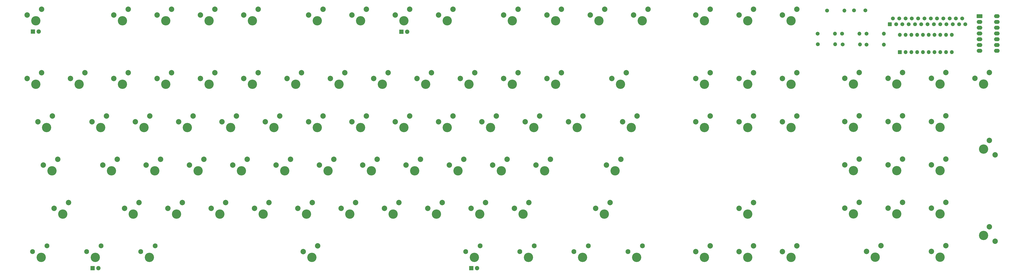
<source format=gbr>
G04 #@! TF.GenerationSoftware,KiCad,Pcbnew,7.0.1*
G04 #@! TF.CreationDate,2024-09-21T18:31:00-05:00*
G04 #@! TF.ProjectId,C128DKEYBOARD,43313238-444b-4455-9942-4f4152442e6b,3.3*
G04 #@! TF.SameCoordinates,Original*
G04 #@! TF.FileFunction,Soldermask,Top*
G04 #@! TF.FilePolarity,Negative*
%FSLAX46Y46*%
G04 Gerber Fmt 4.6, Leading zero omitted, Abs format (unit mm)*
G04 Created by KiCad (PCBNEW 7.0.1) date 2024-09-21 18:31:00*
%MOMM*%
%LPD*%
G01*
G04 APERTURE LIST*
G04 Aperture macros list*
%AMRoundRect*
0 Rectangle with rounded corners*
0 $1 Rounding radius*
0 $2 $3 $4 $5 $6 $7 $8 $9 X,Y pos of 4 corners*
0 Add a 4 corners polygon primitive as box body*
4,1,4,$2,$3,$4,$5,$6,$7,$8,$9,$2,$3,0*
0 Add four circle primitives for the rounded corners*
1,1,$1+$1,$2,$3*
1,1,$1+$1,$4,$5*
1,1,$1+$1,$6,$7*
1,1,$1+$1,$8,$9*
0 Add four rect primitives between the rounded corners*
20,1,$1+$1,$2,$3,$4,$5,0*
20,1,$1+$1,$4,$5,$6,$7,0*
20,1,$1+$1,$6,$7,$8,$9,0*
20,1,$1+$1,$8,$9,$2,$3,0*%
G04 Aperture macros list end*
%ADD10C,4.089800*%
%ADD11C,2.388000*%
%ADD12C,2.134000*%
%ADD13C,1.702000*%
%ADD14O,1.702000X1.702000*%
%ADD15RoundRect,0.051000X-1.200000X-0.800000X1.200000X-0.800000X1.200000X0.800000X-1.200000X0.800000X0*%
%ADD16O,2.502000X1.702000*%
%ADD17RoundRect,0.051000X0.800000X-0.800000X0.800000X0.800000X-0.800000X0.800000X-0.800000X-0.800000X0*%
%ADD18RoundRect,0.051000X-0.900000X-0.900000X0.900000X-0.900000X0.900000X0.900000X-0.900000X0.900000X0*%
%ADD19C,1.902000*%
%ADD20RoundRect,0.051000X-0.800000X-0.800000X0.800000X-0.800000X0.800000X0.800000X-0.800000X0.800000X0*%
G04 APERTURE END LIST*
D10*
X64325500Y-133731000D03*
D11*
X66865500Y-128651000D03*
X60515500Y-131191000D03*
D10*
X102425500Y-133731000D03*
D11*
X104965500Y-128651000D03*
X98615500Y-131191000D03*
D10*
X121475500Y-133731000D03*
D11*
X124015500Y-128651000D03*
X117665500Y-131191000D03*
D10*
X140525500Y-133731000D03*
D11*
X143065500Y-128651000D03*
X136715500Y-131191000D03*
D10*
X159575500Y-133731000D03*
D11*
X162115500Y-128651000D03*
X155765500Y-131191000D03*
D10*
X188150500Y-133731000D03*
D11*
X190690500Y-128651000D03*
X184340500Y-131191000D03*
D10*
X207200500Y-133731000D03*
D11*
X209740500Y-128651000D03*
X203390500Y-131191000D03*
D10*
X226250500Y-133731000D03*
D11*
X228790500Y-128651000D03*
X222440500Y-131191000D03*
D10*
X245300500Y-133731000D03*
D11*
X247840500Y-128651000D03*
X241490500Y-131191000D03*
D10*
X273875500Y-133731000D03*
D11*
X276415500Y-128651000D03*
X270065500Y-131191000D03*
D10*
X292925500Y-133731000D03*
D11*
X295465500Y-128651000D03*
X289115500Y-131191000D03*
D10*
X311975500Y-133731000D03*
D11*
X314515500Y-128651000D03*
X308165500Y-131191000D03*
D10*
X481190300Y-161594800D03*
D11*
X483730300Y-156514800D03*
X477380300Y-159054800D03*
D10*
X423951400Y-161620200D03*
D11*
X426491400Y-156540200D03*
X420141400Y-159080200D03*
D10*
X443001400Y-161620200D03*
D11*
X445541400Y-156540200D03*
X439191400Y-159080200D03*
D10*
X462051400Y-161620200D03*
D11*
X464591400Y-156540200D03*
X458241400Y-159080200D03*
D10*
X102425500Y-161671000D03*
D11*
X104965500Y-156591000D03*
X98615500Y-159131000D03*
D10*
X121475500Y-161671000D03*
D11*
X124015500Y-156591000D03*
X117665500Y-159131000D03*
D10*
X140525500Y-161671000D03*
D11*
X143065500Y-156591000D03*
X136715500Y-159131000D03*
D10*
X159575500Y-161671000D03*
D11*
X162115500Y-156591000D03*
X155765500Y-159131000D03*
D10*
X178625500Y-161671000D03*
D11*
X181165500Y-156591000D03*
X174815500Y-159131000D03*
D10*
X197675500Y-161671000D03*
D11*
X200215500Y-156591000D03*
X193865500Y-159131000D03*
D10*
X216725500Y-161671000D03*
D11*
X219265500Y-156591000D03*
X212915500Y-159131000D03*
D10*
X235775500Y-161671000D03*
D11*
X238315500Y-156591000D03*
X231965500Y-159131000D03*
D10*
X254825500Y-161671000D03*
D11*
X257365500Y-156591000D03*
X251015500Y-159131000D03*
D10*
X273875500Y-161671000D03*
D11*
X276415500Y-156591000D03*
X270065500Y-159131000D03*
D10*
X292925500Y-161671000D03*
D11*
X295465500Y-156591000D03*
X289115500Y-159131000D03*
D10*
X321500500Y-161671000D03*
D11*
X324040500Y-156591000D03*
X317690500Y-159131000D03*
D10*
X481190300Y-190169800D03*
D11*
X486270300Y-192709800D03*
X483730300Y-186359800D03*
D10*
X423951400Y-180670200D03*
D11*
X426491400Y-175590200D03*
X420141400Y-178130200D03*
D10*
X443001400Y-180670200D03*
D11*
X445541400Y-175590200D03*
X439191400Y-178130200D03*
D10*
X462051400Y-180670200D03*
D11*
X464591400Y-175590200D03*
X458241400Y-178130200D03*
D10*
X358432100Y-180721000D03*
D11*
X360972100Y-175641000D03*
X354622100Y-178181000D03*
D10*
X377482100Y-180721000D03*
D11*
X380022100Y-175641000D03*
X373672100Y-178181000D03*
D10*
X396532100Y-180721000D03*
D11*
X399072100Y-175641000D03*
X392722100Y-178181000D03*
D10*
X92900500Y-180721000D03*
D11*
X95440500Y-175641000D03*
X89090500Y-178181000D03*
D10*
X111950500Y-180721000D03*
D11*
X114490500Y-175641000D03*
X108140500Y-178181000D03*
D10*
X131000500Y-180721000D03*
D11*
X133540500Y-175641000D03*
X127190500Y-178181000D03*
D10*
X150050500Y-180721000D03*
D11*
X152590500Y-175641000D03*
X146240500Y-178181000D03*
D10*
X169100500Y-180721000D03*
D11*
X171640500Y-175641000D03*
X165290500Y-178181000D03*
D10*
X188150500Y-180721000D03*
D11*
X190690500Y-175641000D03*
X184340500Y-178181000D03*
D10*
X207200500Y-180721000D03*
D11*
X209740500Y-175641000D03*
X203390500Y-178181000D03*
D10*
X226250500Y-180721000D03*
D11*
X228790500Y-175641000D03*
X222440500Y-178181000D03*
D10*
X245300500Y-180721000D03*
D11*
X247840500Y-175641000D03*
X241490500Y-178181000D03*
D10*
X264350500Y-180721000D03*
D11*
X266890500Y-175641000D03*
X260540500Y-178181000D03*
D10*
X283400500Y-180721000D03*
D11*
X285940500Y-175641000D03*
X279590500Y-178181000D03*
D10*
X302450500Y-180721000D03*
D11*
X304990500Y-175641000D03*
X298640500Y-178181000D03*
D10*
X326260500Y-180721000D03*
D11*
X328800500Y-175641000D03*
X322450500Y-178181000D03*
D10*
X423951400Y-199720200D03*
D11*
X426491400Y-194640200D03*
X420141400Y-197180200D03*
D10*
X443001400Y-199720200D03*
D11*
X445541400Y-194640200D03*
X439191400Y-197180200D03*
D10*
X462051400Y-199720200D03*
D11*
X464591400Y-194640200D03*
X458241400Y-197180200D03*
D10*
X97650500Y-199771000D03*
D11*
X100190500Y-194691000D03*
X93840500Y-197231000D03*
D10*
X135750500Y-199771000D03*
D11*
X138290500Y-194691000D03*
X131940500Y-197231000D03*
D10*
X154800500Y-199771000D03*
D11*
X157340500Y-194691000D03*
X150990500Y-197231000D03*
D10*
X173850500Y-199771000D03*
D11*
X176390500Y-194691000D03*
X170040500Y-197231000D03*
D10*
X192900500Y-199771000D03*
D11*
X195440500Y-194691000D03*
X189090500Y-197231000D03*
D10*
X211950500Y-199771000D03*
D11*
X214490500Y-194691000D03*
X208140500Y-197231000D03*
D10*
X231000500Y-199771000D03*
D11*
X233540500Y-194691000D03*
X227190500Y-197231000D03*
D10*
X250050500Y-199771000D03*
D11*
X252590500Y-194691000D03*
X246240500Y-197231000D03*
D10*
X269100500Y-199771000D03*
D11*
X271640500Y-194691000D03*
X265290500Y-197231000D03*
D10*
X288150500Y-199771000D03*
D11*
X290690500Y-194691000D03*
X284340500Y-197231000D03*
D10*
X319105500Y-199771000D03*
D11*
X321645500Y-194691000D03*
X315295500Y-197231000D03*
D10*
X481190300Y-228193600D03*
D11*
X486270300Y-230733600D03*
X483730300Y-224383600D03*
D10*
X423951400Y-218770200D03*
D11*
X426491400Y-213690200D03*
X420141400Y-216230200D03*
D10*
X443001400Y-218770200D03*
D11*
X445541400Y-213690200D03*
X439191400Y-216230200D03*
D10*
X462051400Y-218770200D03*
D11*
X464591400Y-213690200D03*
X458241400Y-216230200D03*
D10*
X377482100Y-218821000D03*
D11*
X380022100Y-213741000D03*
X373672100Y-216281000D03*
D10*
X107175500Y-218821000D03*
D11*
X109715500Y-213741000D03*
X103365500Y-216281000D03*
D10*
X126225500Y-218821000D03*
D11*
X128765500Y-213741000D03*
X122415500Y-216281000D03*
D10*
X145275500Y-218821000D03*
D11*
X147815500Y-213741000D03*
X141465500Y-216281000D03*
D10*
X164325500Y-218821000D03*
D11*
X166865500Y-213741000D03*
X160515500Y-216281000D03*
D10*
X183375500Y-218821000D03*
D11*
X185915500Y-213741000D03*
X179565500Y-216281000D03*
D10*
X202425500Y-218821000D03*
D11*
X204965500Y-213741000D03*
X198615500Y-216281000D03*
D10*
X221475500Y-218821000D03*
D11*
X224015500Y-213741000D03*
X217665500Y-216281000D03*
D10*
X240525500Y-218821000D03*
D11*
X243065500Y-213741000D03*
X236715500Y-216281000D03*
D10*
X259575500Y-218821000D03*
D11*
X262115500Y-213741000D03*
X255765500Y-216281000D03*
D10*
X278625500Y-218821000D03*
D11*
X281165500Y-213741000D03*
X274815500Y-216281000D03*
D10*
X314340500Y-218821000D03*
D11*
X316880500Y-213741000D03*
X310530500Y-216281000D03*
D10*
X462051400Y-237820200D03*
D11*
X464591400Y-232740200D03*
X458241400Y-235280200D03*
D10*
X433501800Y-237820200D03*
D11*
X436041800Y-232740200D03*
X429691800Y-235280200D03*
D10*
X358432100Y-237871000D03*
D11*
X360972100Y-232791000D03*
X354622100Y-235331000D03*
D10*
X377482100Y-237871000D03*
D11*
X380022100Y-232791000D03*
X373672100Y-235331000D03*
D10*
X396532100Y-237871000D03*
D11*
X399072100Y-232791000D03*
X392722100Y-235331000D03*
D10*
X90510500Y-237871000D03*
D12*
X93050500Y-232791000D03*
X86700500Y-235331000D03*
D10*
X114320500Y-237871000D03*
D12*
X116860500Y-232791000D03*
X110510500Y-235331000D03*
D10*
X185755500Y-237871000D03*
D11*
X188295500Y-232791000D03*
X181945500Y-235331000D03*
D10*
X257195500Y-237871000D03*
D12*
X259735500Y-232791000D03*
X253385500Y-235331000D03*
D10*
X281005500Y-237871000D03*
D12*
X283545500Y-232791000D03*
X277195500Y-235331000D03*
D10*
X304815500Y-237871000D03*
D12*
X307355500Y-232791000D03*
X301005500Y-235331000D03*
D10*
X328625500Y-237871000D03*
D12*
X331165500Y-232791000D03*
X324815500Y-235331000D03*
D10*
X358432100Y-161671000D03*
D11*
X360972100Y-156591000D03*
X354622100Y-159131000D03*
D10*
X396532100Y-161671000D03*
D11*
X399072100Y-156591000D03*
X392722100Y-159131000D03*
D10*
X377482100Y-161671000D03*
D11*
X380022100Y-156591000D03*
X373672100Y-159131000D03*
D10*
X358432100Y-133731000D03*
D11*
X360972100Y-128651000D03*
X354622100Y-131191000D03*
D10*
X377482100Y-133731000D03*
D11*
X380022100Y-128651000D03*
X373672100Y-131191000D03*
D10*
X396532100Y-133731000D03*
D11*
X399072100Y-128651000D03*
X392722100Y-131191000D03*
D10*
X69080500Y-180721000D03*
D11*
X71620500Y-175641000D03*
X65270500Y-178181000D03*
D10*
X71463500Y-199771000D03*
D11*
X74003500Y-194691000D03*
X67653500Y-197231000D03*
D10*
X76225500Y-218821000D03*
D11*
X78765500Y-213741000D03*
X72415500Y-216281000D03*
D10*
X66700500Y-237871000D03*
D12*
X69240500Y-232791000D03*
X62890500Y-235331000D03*
D10*
X116700500Y-199771000D03*
D11*
X119240500Y-194691000D03*
X112890500Y-197231000D03*
D10*
X331025500Y-133731000D03*
D11*
X333565500Y-128651000D03*
X327215500Y-131191000D03*
D10*
X83375500Y-161671000D03*
D11*
X85915500Y-156591000D03*
X79565500Y-159131000D03*
D10*
X64325500Y-161671000D03*
D11*
X66865500Y-156591000D03*
X60515500Y-159131000D03*
D13*
X429717200Y-139383800D03*
D14*
X437337200Y-139383800D03*
D15*
X479358800Y-131719400D03*
D16*
X479358800Y-134259400D03*
X479358800Y-136799400D03*
X479358800Y-139339400D03*
X479358800Y-141879400D03*
X479358800Y-144419400D03*
X479358800Y-146959400D03*
X486978800Y-146959400D03*
X486978800Y-144419400D03*
X486978800Y-141879400D03*
X486978800Y-139339400D03*
X486978800Y-136799400D03*
X486978800Y-134259400D03*
X486978800Y-131719400D03*
D13*
X429691800Y-144195800D03*
D14*
X437311800Y-144195800D03*
D17*
X444327200Y-147487800D03*
D14*
X446867200Y-147487800D03*
X449407200Y-147487800D03*
X451947200Y-147487800D03*
X454487200Y-147487800D03*
X457027200Y-147487800D03*
X459567200Y-147487800D03*
X462107200Y-147487800D03*
X464647200Y-147487800D03*
X467187200Y-147487800D03*
X467187200Y-139867800D03*
X464647200Y-139867800D03*
X462107200Y-139867800D03*
X459567200Y-139867800D03*
X457027200Y-139867800D03*
X454487200Y-139867800D03*
X451947200Y-139867800D03*
X449407200Y-139867800D03*
X446867200Y-139867800D03*
X444327200Y-139867800D03*
D18*
X89321800Y-242646200D03*
D19*
X91861800Y-242646200D03*
D13*
X408279600Y-144068800D03*
D14*
X415899600Y-144068800D03*
D13*
X418947200Y-139383800D03*
D14*
X426567200Y-139383800D03*
D13*
X424169200Y-129184400D03*
X429169200Y-129184400D03*
X419176200Y-144119600D03*
D14*
X426796200Y-144119600D03*
D13*
X412292800Y-129235200D03*
D14*
X419912800Y-129235200D03*
D18*
X63114000Y-138455400D03*
D19*
X65654000Y-138455400D03*
D13*
X408177200Y-139383800D03*
D14*
X415797200Y-139383800D03*
D18*
X255874600Y-242570000D03*
D19*
X258414600Y-242570000D03*
D18*
X225115200Y-138531600D03*
D19*
X227655200Y-138531600D03*
D20*
X439914600Y-135276300D03*
D13*
X442684600Y-135276300D03*
X445454600Y-135276300D03*
X448224600Y-135276300D03*
X450994600Y-135276300D03*
X453764600Y-135276300D03*
X456534600Y-135276300D03*
X459304600Y-135276300D03*
X462074600Y-135276300D03*
X464844600Y-135276300D03*
X467614600Y-135276300D03*
X470384600Y-135276300D03*
X473154600Y-135276300D03*
X441299600Y-132736300D03*
X444069600Y-132736300D03*
X446839600Y-132736300D03*
X449609600Y-132736300D03*
X452379600Y-132736300D03*
X455149600Y-132736300D03*
X457919600Y-132736300D03*
X460689600Y-132736300D03*
X463459600Y-132736300D03*
X466229600Y-132736300D03*
X468999600Y-132736300D03*
X471769600Y-132736300D03*
M02*

</source>
